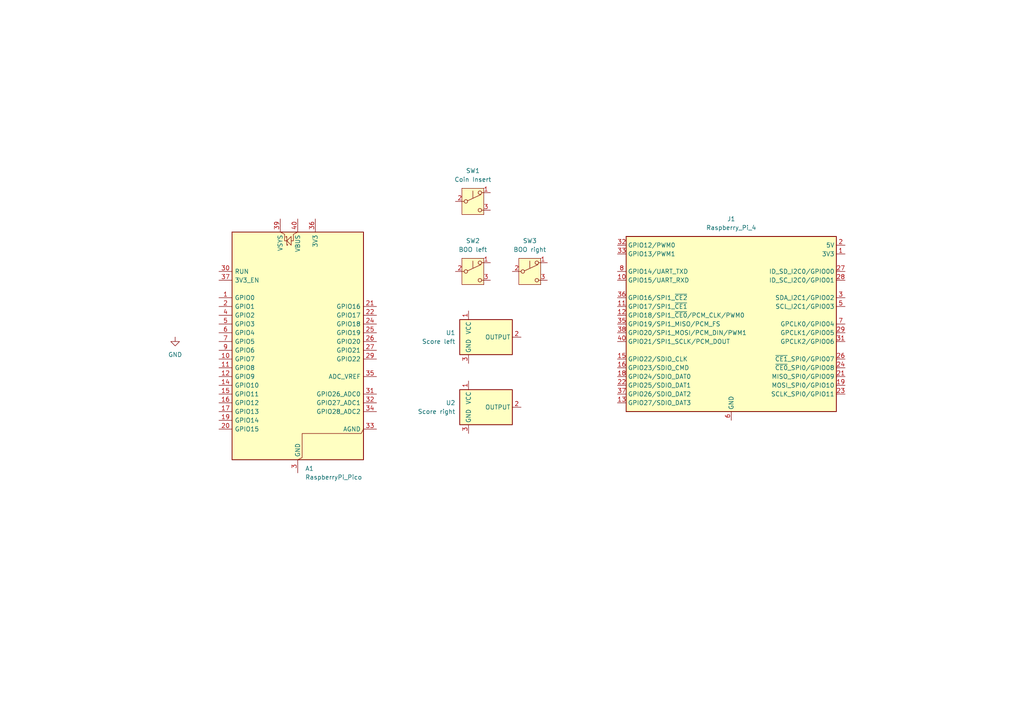
<source format=kicad_sch>
(kicad_sch (version 20250114) (generator "eeschema") (generator_version "9.0")
  (paper "A4")
  (lib_symbols
    (symbol "Connector:Raspberry_Pi_4"
      (property "Reference" "J" (at -17.526 48.768 0))
      (property "Value" "Raspberry_Pi_4" (at 15.748 -26.416 0))
      (symbol "Raspberry_Pi_4_0_1"
        (rectangle (start -30.48 25.4) (end 30.48 -25.4) (stroke (width 0.254)) (fill (type background)))
      )
      (symbol "Raspberry_Pi_4_1_1"
        (pin bidirectional line (at -33.02 22.86 0) (length 2.54) (name "GPIO12/PWM0") (number "32"))
        (pin bidirectional line (at -33.02 20.32 0) (length 2.54) (name "GPIO13/PWM1") (number "33"))
        (pin bidirectional line (at -33.02 15.24 0) (length 2.54) (name "GPIO14/UART_TXD") (number "8"))
        (pin bidirectional line (at -33.02 12.7 0) (length 2.54) (name "GPIO15/UART_RXD") (number "10"))
        (pin bidirectional line (at -33.02 7.62 0) (length 2.54) (name "GPIO16/SPI1_~{CE2}") (number "36"))
        (pin bidirectional line (at -33.02 5.08 0) (length 2.54) (name "GPIO17/SPI1_~{CE1}") (number "11"))
        (pin bidirectional line (at -33.02 2.54 0) (length 2.54) (name "GPIO18/SPI1_~{CE0}/PCM_CLK/PWM0") (number "12"))
        (pin bidirectional line (at -33.02 0 0) (length 2.54) (name "GPIO19/SPI1_MISO/PCM_FS") (number "35"))
        (pin bidirectional line (at -33.02 -2.54 0) (length 2.54) (name "GPIO20/SPI1_MOSI/PCM_DIN/PWM1") (number "38"))
        (pin bidirectional line (at -33.02 -5.08 0) (length 2.54) (name "GPIO21/SPI1_SCLK/PCM_DOUT") (number "40"))
        (pin bidirectional line (at -33.02 -10.16 0) (length 2.54) (name "GPIO22/SDIO_CLK") (number "15"))
        (pin bidirectional line (at -33.02 -12.7 0) (length 2.54) (name "GPIO23/SDIO_CMD") (number "16"))
        (pin bidirectional line (at -33.02 -15.24 0) (length 2.54) (name "GPIO24/SDIO_DAT0") (number "18"))
        (pin bidirectional line (at -33.02 -17.78 0) (length 2.54) (name "GPIO25/SDIO_DAT1") (number "22"))
        (pin bidirectional line (at -33.02 -20.32 0) (length 2.54) (name "GPIO26/SDIO_DAT2") (number "37"))
        (pin bidirectional line (at -33.02 -22.86 0) (length 2.54) (name "GPIO27/SDIO_DAT3") (number "13"))
        (pin passive line (at 0 -27.94 90) (length 2.54) (hide yes) (name "GND") (number "14"))
        (pin passive line (at 0 -27.94 90) (length 2.54) (hide yes) (name "GND") (number "20"))
        (pin passive line (at 0 -27.94 90) (length 2.54) (hide yes) (name "GND") (number "25"))
        (pin passive line (at 0 -27.94 90) (length 2.54) (hide yes) (name "GND") (number "30"))
        (pin passive line (at 0 -27.94 90) (length 2.54) (hide yes) (name "GND") (number "34"))
        (pin passive line (at 0 -27.94 90) (length 2.54) (hide yes) (name "GND") (number "39"))
        (pin power_out line (at 0 -27.94 90) (length 2.54) (name "GND") (number "6"))
        (pin passive line (at 0 -27.94 90) (length 2.54) (hide yes) (name "GND") (number "9"))
        (pin power_out line (at 33.02 22.86 180) (length 2.54) (name "5V") (number "2"))
        (pin passive line (at 33.02 22.86 180) (length 2.54) (hide yes) (name "5V") (number "4"))
        (pin power_out line (at 33.02 20.32 180) (length 2.54) (name "3V3") (number "1"))
        (pin passive line (at 33.02 20.32 180) (length 2.54) (hide yes) (name "3V3") (number "17"))
        (pin bidirectional line (at 33.02 15.24 180) (length 2.54) (name "ID_SD_I2C0/GPIO00") (number "27"))
        (pin bidirectional line (at 33.02 12.7 180) (length 2.54) (name "ID_SC_I2C0/GPIO01") (number "28"))
        (pin bidirectional line (at 33.02 7.62 180) (length 2.54) (name "SDA_I2C1/GPIO02") (number "3"))
        (pin bidirectional line (at 33.02 5.08 180) (length 2.54) (name "SCL_I2C1/GPIO03") (number "5"))
        (pin bidirectional line (at 33.02 0 180) (length 2.54) (name "GPCLK0/GPIO04") (number "7"))
        (pin bidirectional line (at 33.02 -2.54 180) (length 2.54) (name "GPCLK1/GPIO05") (number "29"))
        (pin bidirectional line (at 33.02 -5.08 180) (length 2.54) (name "GPCLK2/GPIO06") (number "31"))
        (pin bidirectional line (at 33.02 -10.16 180) (length 2.54) (name "~{CE1}_SPI0/GPIO07") (number "26"))
        (pin bidirectional line (at 33.02 -12.7 180) (length 2.54) (name "~{CE0}_SPI0/GPIO08") (number "24"))
        (pin bidirectional line (at 33.02 -15.24 180) (length 2.54) (name "MISO_SPI0/GPIO09") (number "21"))
        (pin bidirectional line (at 33.02 -17.78 180) (length 2.54) (name "MOSI_SPI0/GPIO10") (number "19"))
        (pin bidirectional line (at 33.02 -20.32 180) (length 2.54) (name "SCLK_SPI0/GPIO11") (number "23"))
      )
    )
    (symbol "MCU_Module:RaspberryPi_Pico" (pin_names (offset 0.762))
      (property "Reference" "A" (at -19.05 35.56 0))
      (property "Value" "RaspberryPi_Pico" (at 7.62 35.56 0))
      (symbol "RaspberryPi_Pico_0_1"
        (rectangle (start -19.05 34.29) (end 19.05 -31.75) (stroke (width 0.254)) (fill (type background)))
        (polyline (pts (xy -5.08 34.29) (xy -3.81 33.655) (xy -3.81 31.75) (xy -3.175 31.75)))
        (polyline (pts (xy -3.429 32.766) (xy -3.429 33.02) (xy -3.175 33.02) (xy -3.175 30.48) (xy -2.921 30.48) (xy -2.921 30.734)))
        (polyline (pts (xy -3.175 31.75) (xy -1.905 33.02) (xy -1.905 30.48) (xy -3.175 31.75)))
        (polyline (pts (xy 0 34.29) (xy -1.27 33.655) (xy -1.27 31.75) (xy -1.905 31.75)))
        (polyline (pts (xy 0 -31.75) (xy 1.27 -31.115) (xy 1.27 -24.13) (xy 18.415 -24.13) (xy 19.05 -22.86)))
      )
      (symbol "RaspberryPi_Pico_1_1"
        (pin passive line (at -22.86 22.86 0) (length 3.81) (name "RUN") (number "30"))
        (pin passive line (at -22.86 20.32 0) (length 3.81) (name "3V3_EN") (number "37"))
        (pin bidirectional line (at -22.86 15.24 0) (length 3.81) (name "GPIO0") (number "1"))
        (pin bidirectional line (at -22.86 12.7 0) (length 3.81) (name "GPIO1") (number "2"))
        (pin bidirectional line (at -22.86 10.16 0) (length 3.81) (name "GPIO2") (number "4"))
        (pin bidirectional line (at -22.86 7.62 0) (length 3.81) (name "GPIO3") (number "5"))
        (pin bidirectional line (at -22.86 5.08 0) (length 3.81) (name "GPIO4") (number "6"))
        (pin bidirectional line (at -22.86 2.54 0) (length 3.81) (name "GPIO5") (number "7"))
        (pin bidirectional line (at -22.86 0 0) (length 3.81) (name "GPIO6") (number "9"))
        (pin bidirectional line (at -22.86 -2.54 0) (length 3.81) (name "GPIO7") (number "10"))
        (pin bidirectional line (at -22.86 -5.08 0) (length 3.81) (name "GPIO8") (number "11"))
        (pin bidirectional line (at -22.86 -7.62 0) (length 3.81) (name "GPIO9") (number "12"))
        (pin bidirectional line (at -22.86 -10.16 0) (length 3.81) (name "GPIO10") (number "14"))
        (pin bidirectional line (at -22.86 -12.7 0) (length 3.81) (name "GPIO11") (number "15"))
        (pin bidirectional line (at -22.86 -15.24 0) (length 3.81) (name "GPIO12") (number "16"))
        (pin bidirectional line (at -22.86 -17.78 0) (length 3.81) (name "GPIO13") (number "17"))
        (pin bidirectional line (at -22.86 -20.32 0) (length 3.81) (name "GPIO14") (number "19"))
        (pin bidirectional line (at -22.86 -22.86 0) (length 3.81) (name "GPIO15") (number "20"))
        (pin power_in line (at -5.08 38.1 270) (length 3.81) (name "VSYS") (number "39"))
        (pin power_out line (at 0 38.1 270) (length 3.81) (name "VBUS") (number "40"))
        (pin passive line (at 0 -35.56 90) (length 3.81) (hide yes) (name "GND") (number "13"))
        (pin passive line (at 0 -35.56 90) (length 3.81) (hide yes) (name "GND") (number "18"))
        (pin passive line (at 0 -35.56 90) (length 3.81) (hide yes) (name "GND") (number "23"))
        (pin passive line (at 0 -35.56 90) (length 3.81) (hide yes) (name "GND") (number "28"))
        (pin power_out line (at 0 -35.56 90) (length 3.81) (name "GND") (number "3"))
        (pin passive line (at 0 -35.56 90) (length 3.81) (hide yes) (name "GND") (number "38"))
        (pin passive line (at 0 -35.56 90) (length 3.81) (hide yes) (name "GND") (number "8"))
        (pin power_out line (at 5.08 38.1 270) (length 3.81) (name "3V3") (number "36"))
        (pin bidirectional line (at 22.86 12.7 180) (length 3.81) (name "GPIO16") (number "21"))
        (pin bidirectional line (at 22.86 10.16 180) (length 3.81) (name "GPIO17") (number "22"))
        (pin bidirectional line (at 22.86 7.62 180) (length 3.81) (name "GPIO18") (number "24"))
        (pin bidirectional line (at 22.86 5.08 180) (length 3.81) (name "GPIO19") (number "25"))
        (pin bidirectional line (at 22.86 2.54 180) (length 3.81) (name "GPIO20") (number "26"))
        (pin bidirectional line (at 22.86 0 180) (length 3.81) (name "GPIO21") (number "27"))
        (pin bidirectional line (at 22.86 -2.54 180) (length 3.81) (name "GPIO22") (number "29"))
        (pin power_in line (at 22.86 -7.62 180) (length 3.81) (name "ADC_VREF") (number "35"))
        (pin bidirectional line (at 22.86 -12.7 180) (length 3.81) (name "GPIO26_ADC0") (number "31"))
        (pin bidirectional line (at 22.86 -15.24 180) (length 3.81) (name "GPIO27_ADC1") (number "32"))
        (pin bidirectional line (at 22.86 -17.78 180) (length 3.81) (name "GPIO28_ADC2") (number "34"))
        (pin power_out line (at 22.86 -22.86 180) (length 3.81) (name "AGND") (number "33"))
      )
    )
    (symbol "Sensor_Magnetic:SM351LT"
      (property "Reference" "U" (at 5.08 8.89 0))
      (property "Value" "SM351LT" (at 2.54 6.35 0))
      (symbol "SM351LT_0_1"
        (rectangle (start 7.62 5.08) (end -7.62 -5.08) (stroke (width 0.254)) (fill (type background)))
      )
      (symbol "SM351LT_1_1"
        (pin power_in line (at -5.08 7.62 270) (length 2.54) (name "VCC") (number "1"))
        (pin power_in line (at -5.08 -7.62 90) (length 2.54) (name "GND") (number "3"))
        (pin output line (at 10.16 0 180) (length 2.54) (name "OUTPUT") (number "2"))
      )
    )
    (symbol "Switch:SW_Push_SPDT" (pin_names (offset 0) (hide yes))
      (property "Reference" "SW" (at 0 5.08 0))
      (property "Value" "SW_Push_SPDT" (at 0 -5.08 0))
      (symbol "SW_Push_SPDT_0_0"
        (circle (center -2.032 0) (radius 0.508))
        (polyline (pts (xy 0 1.016) (xy 0 3.048)))
        (circle (center 2.032 -2.54) (radius 0.508))
      )
      (symbol "SW_Push_SPDT_0_1"
        (polyline (pts (xy -1.524 0.2032) (xy 2.3368 1.9812)))
        (circle (center 2.032 2.54) (radius 0.508))
      )
      (symbol "SW_Push_SPDT_1_1"
        (rectangle (start -3.175 3.81) (end 3.175 -3.81) (fill (type background)))
        (pin passive line (at -5.08 0 0) (length 2.54) (name "B") (number "2"))
        (pin passive line (at 5.08 2.54 180) (length 2.54) (name "A") (number "1"))
        (pin passive line (at 5.08 -2.54 180) (length 2.54) (name "C") (number "3"))
      )
    )
    (symbol "power:GND" (power) (pin_numbers (hide yes)) (pin_names (offset 0) (hide yes))
      (property "Value" "GND" (at 0 -3.81 0))
      (symbol "GND_0_1"
        (polyline (pts (xy 0 0) (xy 0 -1.27) (xy 1.27 -1.27) (xy 0 -2.54) (xy -1.27 -1.27) (xy 0 -1.27)))
      )
      (symbol "GND_1_1"
        (pin power_in line (at 0 0 270) (length 0) (name "~") (number "1"))
      )
    )
  )
  (symbol (lib_id "Connector:Raspberry_Pi_4") (at 212.09 93.98 0) (unit 1)
    (property "Reference" "J1" (at 212.09 63.5 0))
    (property "Value" "Raspberry_Pi_4" (at 212.09 66.04 0))
    (property "Datasheet" "https://datasheets.raspberrypi.com/rpi4/raspberry-pi-4-datasheet.pdf" (effects (hide yes)))
    (property "Description" "Raspberry Pi 4 Model B" (effects (hide yes)))
  )
  (symbol (lib_id "MCU_Module:RaspberryPi_Pico") (at 86.36 101.6 0) (unit 1)
    (property "Reference" "A1" (at 88.5033 135.89 0) (effects (justify left)))
    (property "Value" "RaspberryPi_Pico" (at 88.5033 138.43 0) (effects (justify left)))
    (property "Footprint" "Module:RaspberryPi_Pico_Common_Unspecified" (effects (hide yes)))
    (property "Datasheet" "https://datasheets.raspberrypi.com/pico/pico-datasheet.pdf" (effects (hide yes)))
    (property "Description" "Versatile and inexpensive microcontroller module powered by RP2040 dual-core Arm Cortex-M0+ processor up to 133 MHz, 264kB SRAM, 2MB QSPI flash; also supports Raspberry Pi Pico 2" (effects (hide yes)))
  )
  (symbol (lib_id "Switch:SW_Push_SPDT") (at 137.16 78.74 0) (unit 1)
    (property "Reference" "SW2" (at 137.16 69.85 0))
    (property "Value" "BOO left" (at 137.16 72.39 0))
    (property "Description" "Momentary Switch, single pole double throw" (effects (hide yes)))
  )
  (symbol (lib_id "power:GND") (at 50.8 97.79 0) (unit 1)
    (property "Reference" "#PWR01" (effects (hide yes)))
    (property "Value" "GND" (at 50.8 102.87 0))
    (property "Description" "Power symbol creates a global label with name \"GND\" , ground" (effects (hide yes)))
  )
  (symbol (lib_id "Switch:SW_Push_SPDT") (at 137.16 58.42 0) (unit 1)
    (property "Reference" "SW1" (at 137.16 49.53 0))
    (property "Value" "Coin Insert" (at 137.16 52.07 0))
    (property "Description" "Momentary Switch, single pole double throw" (effects (hide yes)))
  )
  (symbol (lib_id "Sensor_Magnetic:SM351LT") (at 140.97 118.11 0) (unit 1)
    (property "Reference" "U2" (at 132.08 116.8399 0) (effects (justify right)))
    (property "Value" "Score right" (at 132.08 119.3799 0) (effects (justify right)))
    (property "Footprint" "Package_TO_SOT_SMD:SOT-23" (effects (hide yes)))
    (property "Datasheet" "https://sensing.honeywell.com/honeywell-sensing-nanopower-series-product-sheet-50095501-a-en.pdf" (effects (hide yes)))
    (property "Description" "Hall Effect Switch, SOT-23" (effects (hide yes)))
  )
  (symbol (lib_id "Sensor_Magnetic:SM351LT") (at 140.97 97.79 0) (unit 1)
    (property "Reference" "U1" (at 132.08 96.5199 0) (effects (justify right)))
    (property "Value" "Score left" (at 132.08 99.0599 0) (effects (justify right)))
    (property "Footprint" "Package_TO_SOT_SMD:SOT-23" (effects (hide yes)))
    (property "Datasheet" "https://sensing.honeywell.com/honeywell-sensing-nanopower-series-product-sheet-50095501-a-en.pdf" (effects (hide yes)))
    (property "Description" "Hall Effect Switch, SOT-23" (effects (hide yes)))
  )
  (symbol (lib_id "Switch:SW_Push_SPDT") (at 153.67 78.74 0) (unit 1)
    (property "Reference" "SW3" (at 153.67 69.85 0))
    (property "Value" "BOO right" (at 153.67 72.39 0))
    (property "Description" "Momentary Switch, single pole double throw" (effects (hide yes)))
  )
)
</source>
